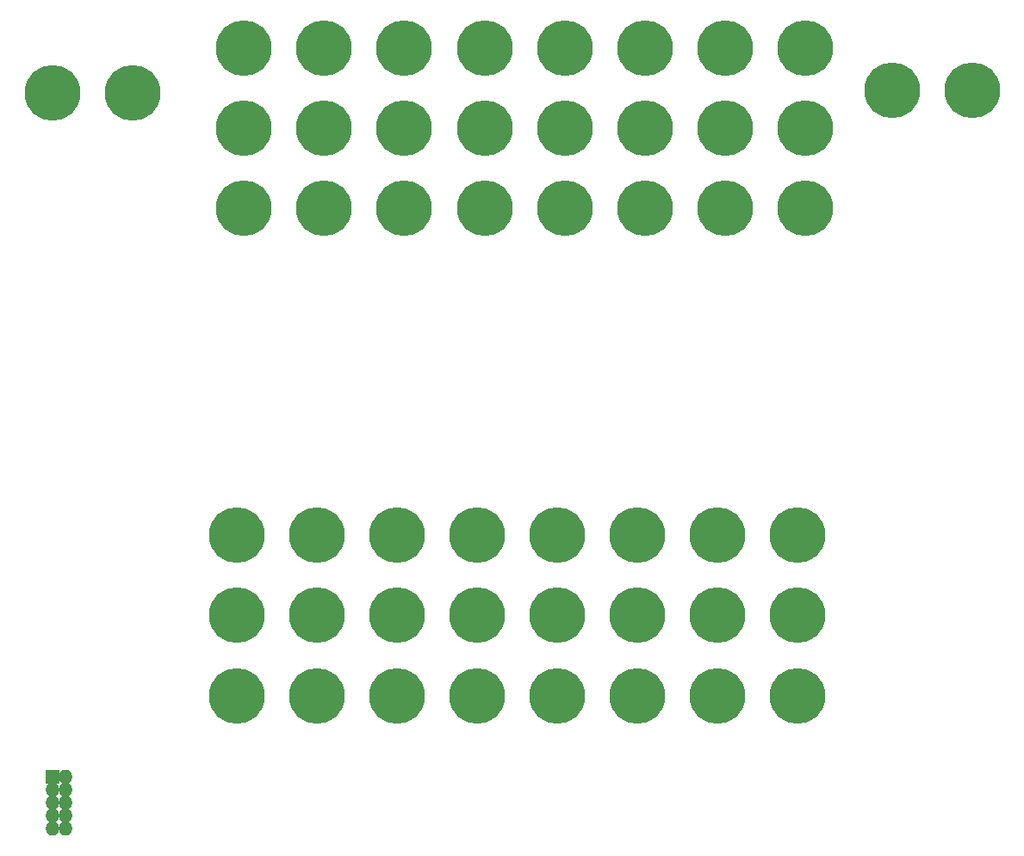
<source format=gbr>
G04 #@! TF.GenerationSoftware,KiCad,Pcbnew,(5.1.5)-2*
G04 #@! TF.CreationDate,2020-03-06T14:17:15-06:00*
G04 #@! TF.ProjectId,PatchPanel,50617463-6850-4616-9e65-6c2e6b696361,rev?*
G04 #@! TF.SameCoordinates,Original*
G04 #@! TF.FileFunction,Soldermask,Bot*
G04 #@! TF.FilePolarity,Negative*
%FSLAX46Y46*%
G04 Gerber Fmt 4.6, Leading zero omitted, Abs format (unit mm)*
G04 Created by KiCad (PCBNEW (5.1.5)-2) date 2020-03-06 14:17:15*
%MOMM*%
%LPD*%
G04 APERTURE LIST*
%ADD10C,5.480000*%
%ADD11R,1.400000X1.400000*%
%ADD12O,1.400000X1.400000*%
G04 APERTURE END LIST*
D10*
X72745000Y-101930500D03*
X72745000Y-109830500D03*
X72745000Y-117730500D03*
X120052500Y-117730500D03*
X120052500Y-109830500D03*
X120052500Y-101930500D03*
X80619000Y-101930500D03*
X80619000Y-109830500D03*
X80619000Y-117730500D03*
X112178500Y-117730500D03*
X112178500Y-109830500D03*
X112178500Y-101930500D03*
X88556500Y-101930500D03*
X88556500Y-109830500D03*
X88556500Y-117730500D03*
X104304500Y-117730500D03*
X104304500Y-109830500D03*
X104304500Y-101930500D03*
X96430500Y-101930500D03*
X96430500Y-109830500D03*
X96430500Y-117730500D03*
X112877000Y-53988000D03*
X112877000Y-61888000D03*
X112877000Y-69788000D03*
X73443500Y-69788000D03*
X73443500Y-61888000D03*
X73443500Y-53988000D03*
X105003000Y-69788000D03*
X105003000Y-61888000D03*
X105003000Y-53988000D03*
X97129000Y-53988000D03*
X97129000Y-61888000D03*
X97129000Y-69788000D03*
X89191500Y-53988000D03*
X89191500Y-61888000D03*
X89191500Y-69788000D03*
X128651000Y-69786500D03*
X128651000Y-61886500D03*
X128651000Y-53986500D03*
X81317500Y-53988000D03*
X81317500Y-61888000D03*
X81317500Y-69788000D03*
X127926500Y-117730500D03*
X127926500Y-109830500D03*
X127926500Y-101930500D03*
X137173000Y-58140000D03*
X145073000Y-58140000D03*
X62523000Y-58394000D03*
X54623000Y-58394000D03*
X120777000Y-53986500D03*
X120777000Y-61886500D03*
X120777000Y-69786500D03*
D11*
X54610000Y-125730000D03*
D12*
X55880000Y-125730000D03*
X54610000Y-127000000D03*
X55880000Y-127000000D03*
X54610000Y-128270000D03*
X55880000Y-128270000D03*
X54610000Y-129540000D03*
X55880000Y-129540000D03*
X54610000Y-130810000D03*
X55880000Y-130810000D03*
M02*

</source>
